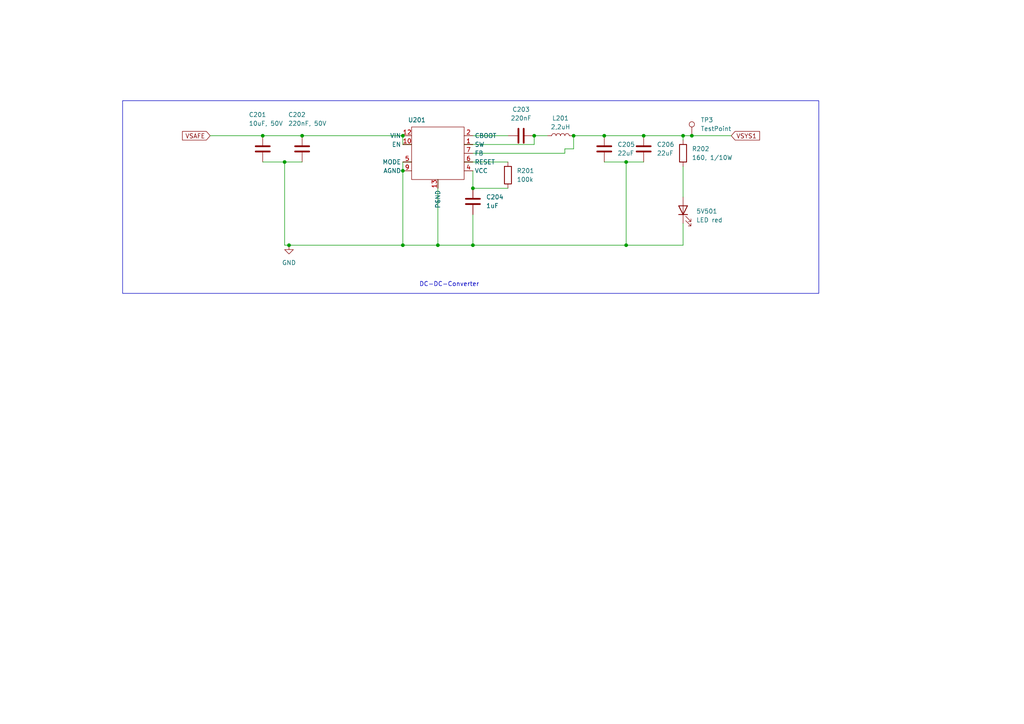
<source format=kicad_sch>
(kicad_sch
	(version 20231120)
	(generator "eeschema")
	(generator_version "8.0")
	(uuid "34c18063-bab9-48e4-b1e5-9abcf5036fa2")
	(paper "A4")
	(lib_symbols
		(symbol "Connector:TestPoint"
			(pin_numbers hide)
			(pin_names
				(offset 0.762) hide)
			(exclude_from_sim no)
			(in_bom yes)
			(on_board yes)
			(property "Reference" "TP"
				(at 0 6.858 0)
				(effects
					(font
						(size 1.27 1.27)
					)
				)
			)
			(property "Value" "TestPoint"
				(at 0 5.08 0)
				(effects
					(font
						(size 1.27 1.27)
					)
				)
			)
			(property "Footprint" ""
				(at 5.08 0 0)
				(effects
					(font
						(size 1.27 1.27)
					)
					(hide yes)
				)
			)
			(property "Datasheet" "~"
				(at 5.08 0 0)
				(effects
					(font
						(size 1.27 1.27)
					)
					(hide yes)
				)
			)
			(property "Description" "test point"
				(at 0 0 0)
				(effects
					(font
						(size 1.27 1.27)
					)
					(hide yes)
				)
			)
			(property "ki_keywords" "test point tp"
				(at 0 0 0)
				(effects
					(font
						(size 1.27 1.27)
					)
					(hide yes)
				)
			)
			(property "ki_fp_filters" "Pin* Test*"
				(at 0 0 0)
				(effects
					(font
						(size 1.27 1.27)
					)
					(hide yes)
				)
			)
			(symbol "TestPoint_0_1"
				(circle
					(center 0 3.302)
					(radius 0.762)
					(stroke
						(width 0)
						(type default)
					)
					(fill
						(type none)
					)
				)
			)
			(symbol "TestPoint_1_1"
				(pin passive line
					(at 0 0 90)
					(length 2.54)
					(name "1"
						(effects
							(font
								(size 1.27 1.27)
							)
						)
					)
					(number "1"
						(effects
							(font
								(size 1.27 1.27)
							)
						)
					)
				)
			)
		)
		(symbol "Device:C"
			(pin_numbers hide)
			(pin_names
				(offset 0.254)
			)
			(exclude_from_sim no)
			(in_bom yes)
			(on_board yes)
			(property "Reference" "C"
				(at 0.635 2.54 0)
				(effects
					(font
						(size 1.27 1.27)
					)
					(justify left)
				)
			)
			(property "Value" "C"
				(at 0.635 -2.54 0)
				(effects
					(font
						(size 1.27 1.27)
					)
					(justify left)
				)
			)
			(property "Footprint" ""
				(at 0.9652 -3.81 0)
				(effects
					(font
						(size 1.27 1.27)
					)
					(hide yes)
				)
			)
			(property "Datasheet" "~"
				(at 0 0 0)
				(effects
					(font
						(size 1.27 1.27)
					)
					(hide yes)
				)
			)
			(property "Description" "Unpolarized capacitor"
				(at 0 0 0)
				(effects
					(font
						(size 1.27 1.27)
					)
					(hide yes)
				)
			)
			(property "ki_keywords" "cap capacitor"
				(at 0 0 0)
				(effects
					(font
						(size 1.27 1.27)
					)
					(hide yes)
				)
			)
			(property "ki_fp_filters" "C_*"
				(at 0 0 0)
				(effects
					(font
						(size 1.27 1.27)
					)
					(hide yes)
				)
			)
			(symbol "C_0_1"
				(polyline
					(pts
						(xy -2.032 -0.762) (xy 2.032 -0.762)
					)
					(stroke
						(width 0.508)
						(type default)
					)
					(fill
						(type none)
					)
				)
				(polyline
					(pts
						(xy -2.032 0.762) (xy 2.032 0.762)
					)
					(stroke
						(width 0.508)
						(type default)
					)
					(fill
						(type none)
					)
				)
			)
			(symbol "C_1_1"
				(pin passive line
					(at 0 3.81 270)
					(length 2.794)
					(name "~"
						(effects
							(font
								(size 1.27 1.27)
							)
						)
					)
					(number "1"
						(effects
							(font
								(size 1.27 1.27)
							)
						)
					)
				)
				(pin passive line
					(at 0 -3.81 90)
					(length 2.794)
					(name "~"
						(effects
							(font
								(size 1.27 1.27)
							)
						)
					)
					(number "2"
						(effects
							(font
								(size 1.27 1.27)
							)
						)
					)
				)
			)
		)
		(symbol "Device:L"
			(pin_numbers hide)
			(pin_names
				(offset 1.016) hide)
			(exclude_from_sim no)
			(in_bom yes)
			(on_board yes)
			(property "Reference" "L"
				(at -1.27 0 90)
				(effects
					(font
						(size 1.27 1.27)
					)
				)
			)
			(property "Value" "L"
				(at 1.905 0 90)
				(effects
					(font
						(size 1.27 1.27)
					)
				)
			)
			(property "Footprint" ""
				(at 0 0 0)
				(effects
					(font
						(size 1.27 1.27)
					)
					(hide yes)
				)
			)
			(property "Datasheet" "~"
				(at 0 0 0)
				(effects
					(font
						(size 1.27 1.27)
					)
					(hide yes)
				)
			)
			(property "Description" "Inductor"
				(at 0 0 0)
				(effects
					(font
						(size 1.27 1.27)
					)
					(hide yes)
				)
			)
			(property "ki_keywords" "inductor choke coil reactor magnetic"
				(at 0 0 0)
				(effects
					(font
						(size 1.27 1.27)
					)
					(hide yes)
				)
			)
			(property "ki_fp_filters" "Choke_* *Coil* Inductor_* L_*"
				(at 0 0 0)
				(effects
					(font
						(size 1.27 1.27)
					)
					(hide yes)
				)
			)
			(symbol "L_0_1"
				(arc
					(start 0 -2.54)
					(mid 0.6323 -1.905)
					(end 0 -1.27)
					(stroke
						(width 0)
						(type default)
					)
					(fill
						(type none)
					)
				)
				(arc
					(start 0 -1.27)
					(mid 0.6323 -0.635)
					(end 0 0)
					(stroke
						(width 0)
						(type default)
					)
					(fill
						(type none)
					)
				)
				(arc
					(start 0 0)
					(mid 0.6323 0.635)
					(end 0 1.27)
					(stroke
						(width 0)
						(type default)
					)
					(fill
						(type none)
					)
				)
				(arc
					(start 0 1.27)
					(mid 0.6323 1.905)
					(end 0 2.54)
					(stroke
						(width 0)
						(type default)
					)
					(fill
						(type none)
					)
				)
			)
			(symbol "L_1_1"
				(pin passive line
					(at 0 3.81 270)
					(length 1.27)
					(name "1"
						(effects
							(font
								(size 1.27 1.27)
							)
						)
					)
					(number "1"
						(effects
							(font
								(size 1.27 1.27)
							)
						)
					)
				)
				(pin passive line
					(at 0 -3.81 90)
					(length 1.27)
					(name "2"
						(effects
							(font
								(size 1.27 1.27)
							)
						)
					)
					(number "2"
						(effects
							(font
								(size 1.27 1.27)
							)
						)
					)
				)
			)
		)
		(symbol "Device:LED"
			(pin_numbers hide)
			(pin_names
				(offset 1.016) hide)
			(exclude_from_sim no)
			(in_bom yes)
			(on_board yes)
			(property "Reference" "D"
				(at 0 2.54 0)
				(effects
					(font
						(size 1.27 1.27)
					)
				)
			)
			(property "Value" "LED"
				(at 0 -2.54 0)
				(effects
					(font
						(size 1.27 1.27)
					)
				)
			)
			(property "Footprint" ""
				(at 0 0 0)
				(effects
					(font
						(size 1.27 1.27)
					)
					(hide yes)
				)
			)
			(property "Datasheet" "~"
				(at 0 0 0)
				(effects
					(font
						(size 1.27 1.27)
					)
					(hide yes)
				)
			)
			(property "Description" "Light emitting diode"
				(at 0 0 0)
				(effects
					(font
						(size 1.27 1.27)
					)
					(hide yes)
				)
			)
			(property "ki_keywords" "LED diode"
				(at 0 0 0)
				(effects
					(font
						(size 1.27 1.27)
					)
					(hide yes)
				)
			)
			(property "ki_fp_filters" "LED* LED_SMD:* LED_THT:*"
				(at 0 0 0)
				(effects
					(font
						(size 1.27 1.27)
					)
					(hide yes)
				)
			)
			(symbol "LED_0_1"
				(polyline
					(pts
						(xy -1.27 -1.27) (xy -1.27 1.27)
					)
					(stroke
						(width 0.254)
						(type default)
					)
					(fill
						(type none)
					)
				)
				(polyline
					(pts
						(xy -1.27 0) (xy 1.27 0)
					)
					(stroke
						(width 0)
						(type default)
					)
					(fill
						(type none)
					)
				)
				(polyline
					(pts
						(xy 1.27 -1.27) (xy 1.27 1.27) (xy -1.27 0) (xy 1.27 -1.27)
					)
					(stroke
						(width 0.254)
						(type default)
					)
					(fill
						(type none)
					)
				)
				(polyline
					(pts
						(xy -3.048 -0.762) (xy -4.572 -2.286) (xy -3.81 -2.286) (xy -4.572 -2.286) (xy -4.572 -1.524)
					)
					(stroke
						(width 0)
						(type default)
					)
					(fill
						(type none)
					)
				)
				(polyline
					(pts
						(xy -1.778 -0.762) (xy -3.302 -2.286) (xy -2.54 -2.286) (xy -3.302 -2.286) (xy -3.302 -1.524)
					)
					(stroke
						(width 0)
						(type default)
					)
					(fill
						(type none)
					)
				)
			)
			(symbol "LED_1_1"
				(pin passive line
					(at -3.81 0 0)
					(length 2.54)
					(name "K"
						(effects
							(font
								(size 1.27 1.27)
							)
						)
					)
					(number "1"
						(effects
							(font
								(size 1.27 1.27)
							)
						)
					)
				)
				(pin passive line
					(at 3.81 0 180)
					(length 2.54)
					(name "A"
						(effects
							(font
								(size 1.27 1.27)
							)
						)
					)
					(number "2"
						(effects
							(font
								(size 1.27 1.27)
							)
						)
					)
				)
			)
		)
		(symbol "Device:R"
			(pin_numbers hide)
			(pin_names
				(offset 0)
			)
			(exclude_from_sim no)
			(in_bom yes)
			(on_board yes)
			(property "Reference" "R"
				(at 2.032 0 90)
				(effects
					(font
						(size 1.27 1.27)
					)
				)
			)
			(property "Value" "R"
				(at 0 0 90)
				(effects
					(font
						(size 1.27 1.27)
					)
				)
			)
			(property "Footprint" ""
				(at -1.778 0 90)
				(effects
					(font
						(size 1.27 1.27)
					)
					(hide yes)
				)
			)
			(property "Datasheet" "~"
				(at 0 0 0)
				(effects
					(font
						(size 1.27 1.27)
					)
					(hide yes)
				)
			)
			(property "Description" "Resistor"
				(at 0 0 0)
				(effects
					(font
						(size 1.27 1.27)
					)
					(hide yes)
				)
			)
			(property "ki_keywords" "R res resistor"
				(at 0 0 0)
				(effects
					(font
						(size 1.27 1.27)
					)
					(hide yes)
				)
			)
			(property "ki_fp_filters" "R_*"
				(at 0 0 0)
				(effects
					(font
						(size 1.27 1.27)
					)
					(hide yes)
				)
			)
			(symbol "R_0_1"
				(rectangle
					(start -1.016 -2.54)
					(end 1.016 2.54)
					(stroke
						(width 0.254)
						(type default)
					)
					(fill
						(type none)
					)
				)
			)
			(symbol "R_1_1"
				(pin passive line
					(at 0 3.81 270)
					(length 1.27)
					(name "~"
						(effects
							(font
								(size 1.27 1.27)
							)
						)
					)
					(number "1"
						(effects
							(font
								(size 1.27 1.27)
							)
						)
					)
				)
				(pin passive line
					(at 0 -3.81 90)
					(length 1.27)
					(name "~"
						(effects
							(font
								(size 1.27 1.27)
							)
						)
					)
					(number "2"
						(effects
							(font
								(size 1.27 1.27)
							)
						)
					)
				)
			)
		)
		(symbol "GND_2"
			(power)
			(pin_numbers hide)
			(pin_names
				(offset 0) hide)
			(exclude_from_sim no)
			(in_bom yes)
			(on_board yes)
			(property "Reference" "#PWR"
				(at 0 -6.35 0)
				(effects
					(font
						(size 1.27 1.27)
					)
					(hide yes)
				)
			)
			(property "Value" "GND"
				(at 0 -3.81 0)
				(effects
					(font
						(size 1.27 1.27)
					)
				)
			)
			(property "Footprint" ""
				(at 0 0 0)
				(effects
					(font
						(size 1.27 1.27)
					)
					(hide yes)
				)
			)
			(property "Datasheet" ""
				(at 0 0 0)
				(effects
					(font
						(size 1.27 1.27)
					)
					(hide yes)
				)
			)
			(property "Description" "Power symbol creates a global label with name \"GND\" , ground"
				(at 0 0 0)
				(effects
					(font
						(size 1.27 1.27)
					)
					(hide yes)
				)
			)
			(property "ki_keywords" "global power"
				(at 0 0 0)
				(effects
					(font
						(size 1.27 1.27)
					)
					(hide yes)
				)
			)
			(symbol "GND_2_0_1"
				(polyline
					(pts
						(xy 0 0) (xy 0 -1.27) (xy 1.27 -1.27) (xy 0 -2.54) (xy -1.27 -1.27) (xy 0 -1.27)
					)
					(stroke
						(width 0)
						(type default)
					)
					(fill
						(type none)
					)
				)
			)
			(symbol "GND_2_1_1"
				(pin power_in line
					(at 0 0 270)
					(length 0)
					(name "~"
						(effects
							(font
								(size 1.27 1.27)
							)
						)
					)
					(number "1"
						(effects
							(font
								(size 1.27 1.27)
							)
						)
					)
				)
			)
		)
		(symbol "dc-dc-converter-ic:LM63635C-Q1"
			(exclude_from_sim no)
			(in_bom yes)
			(on_board yes)
			(property "Reference" "U"
				(at -6.604 8.89 0)
				(effects
					(font
						(size 1.27 1.27)
					)
				)
			)
			(property "Value" ""
				(at 0 1.27 0)
				(effects
					(font
						(size 1.27 1.27)
					)
				)
			)
			(property "Footprint" ""
				(at 0 1.27 0)
				(effects
					(font
						(size 1.27 1.27)
					)
					(hide yes)
				)
			)
			(property "Datasheet" ""
				(at 0 1.27 0)
				(effects
					(font
						(size 1.27 1.27)
					)
					(hide yes)
				)
			)
			(property "Description" ""
				(at 0 1.27 0)
				(effects
					(font
						(size 1.27 1.27)
					)
					(hide yes)
				)
			)
			(symbol "LM63635C-Q1_0_1"
				(rectangle
					(start -7.62 7.62)
					(end 7.62 -7.62)
					(stroke
						(width 0)
						(type default)
					)
					(fill
						(type none)
					)
				)
			)
			(symbol "LM63635C-Q1_1_1"
				(pin output line
					(at 7.62 2.54 0)
					(length 2.54)
					(name "SW"
						(effects
							(font
								(size 1.27 1.27)
							)
						)
					)
					(number "1"
						(effects
							(font
								(size 1.27 1.27)
							)
						)
					)
				)
				(pin input line
					(at -7.62 2.54 180)
					(length 2.54)
					(name "EN"
						(effects
							(font
								(size 1.27 1.27)
							)
						)
					)
					(number "10"
						(effects
							(font
								(size 1.27 1.27)
							)
						)
					)
				)
				(pin input line
					(at -7.62 5.08 180)
					(length 2.54)
					(name "VIN"
						(effects
							(font
								(size 1.27 1.27)
							)
						)
					)
					(number "12"
						(effects
							(font
								(size 1.27 1.27)
							)
						)
					)
				)
				(pin passive line
					(at 0 -7.62 270)
					(length 2.54)
					(name "PGND"
						(effects
							(font
								(size 1.27 1.27)
							)
						)
					)
					(number "13"
						(effects
							(font
								(size 1.27 1.27)
							)
						)
					)
				)
				(pin passive line
					(at 7.62 5.08 0)
					(length 2.54)
					(name "CBOOT"
						(effects
							(font
								(size 1.27 1.27)
							)
						)
					)
					(number "2"
						(effects
							(font
								(size 1.27 1.27)
							)
						)
					)
				)
				(pin output line
					(at 7.62 -5.08 0)
					(length 2.54)
					(name "VCC"
						(effects
							(font
								(size 1.27 1.27)
							)
						)
					)
					(number "4"
						(effects
							(font
								(size 1.27 1.27)
							)
						)
					)
				)
				(pin passive line
					(at -7.62 -2.54 180)
					(length 2.54)
					(name "MODE"
						(effects
							(font
								(size 1.27 1.27)
							)
						)
					)
					(number "5"
						(effects
							(font
								(size 1.27 1.27)
							)
						)
					)
				)
				(pin passive line
					(at 7.62 -2.54 0)
					(length 2.54)
					(name "RESET"
						(effects
							(font
								(size 1.27 1.27)
							)
						)
					)
					(number "6"
						(effects
							(font
								(size 1.27 1.27)
							)
						)
					)
				)
				(pin input line
					(at 7.62 0 0)
					(length 2.54)
					(name "FB"
						(effects
							(font
								(size 1.27 1.27)
							)
						)
					)
					(number "7"
						(effects
							(font
								(size 1.27 1.27)
							)
						)
					)
				)
				(pin output line
					(at -7.62 -5.08 180)
					(length 2.54)
					(name "AGND"
						(effects
							(font
								(size 1.27 1.27)
							)
						)
					)
					(number "9"
						(effects
							(font
								(size 1.27 1.27)
							)
						)
					)
				)
			)
		)
	)
	(junction
		(at 83.82 71.12)
		(diameter 0)
		(color 0 0 0 0)
		(uuid "104163c2-201d-41f7-8249-c50ad28f172c")
	)
	(junction
		(at 87.63 39.37)
		(diameter 0)
		(color 0 0 0 0)
		(uuid "125ecd5b-c63a-4c51-8c53-b263aec2bc29")
	)
	(junction
		(at 181.61 46.99)
		(diameter 0)
		(color 0 0 0 0)
		(uuid "1601774a-85ba-4eba-905b-47adc8e17be1")
	)
	(junction
		(at 116.84 71.12)
		(diameter 0)
		(color 0 0 0 0)
		(uuid "1d92b188-bb9c-414c-8a4f-cc9784eac5df")
	)
	(junction
		(at 76.2 39.37)
		(diameter 0)
		(color 0 0 0 0)
		(uuid "257dc073-f2f4-4eb4-9820-25b0904d0d23")
	)
	(junction
		(at 175.26 39.37)
		(diameter 0)
		(color 0 0 0 0)
		(uuid "346ed5dd-0299-4e01-83d1-e9e7f088d169")
	)
	(junction
		(at 154.94 39.37)
		(diameter 0)
		(color 0 0 0 0)
		(uuid "452b5aab-ac0a-497e-8eba-54153e4d1115")
	)
	(junction
		(at 116.84 39.37)
		(diameter 0)
		(color 0 0 0 0)
		(uuid "4a707042-c601-466e-b8dc-70cfe232fc7d")
	)
	(junction
		(at 186.69 39.37)
		(diameter 0)
		(color 0 0 0 0)
		(uuid "4be25ce4-055a-428a-b070-a60d5f7d1fea")
	)
	(junction
		(at 181.61 71.12)
		(diameter 0)
		(color 0 0 0 0)
		(uuid "59dde934-c56f-42eb-bfc3-116ab88ca3c8")
	)
	(junction
		(at 198.12 39.37)
		(diameter 0)
		(color 0 0 0 0)
		(uuid "686f547a-b2a6-4c4f-9d12-8ef73e6a3206")
	)
	(junction
		(at 137.16 71.12)
		(diameter 0)
		(color 0 0 0 0)
		(uuid "781a7c41-c6dd-4a6e-b9fd-cfb2a821677a")
	)
	(junction
		(at 116.84 49.53)
		(diameter 0)
		(color 0 0 0 0)
		(uuid "942afb24-a6ec-4df4-b65d-c9407717c5e3")
	)
	(junction
		(at 82.55 46.99)
		(diameter 0)
		(color 0 0 0 0)
		(uuid "e681bfdd-8f65-4281-95f8-7c68bef08690")
	)
	(junction
		(at 127 71.12)
		(diameter 0)
		(color 0 0 0 0)
		(uuid "ecfa0c80-0366-4f85-b82a-658ffe93c5b6")
	)
	(junction
		(at 166.37 39.37)
		(diameter 0)
		(color 0 0 0 0)
		(uuid "f0ee6a4c-54f9-4bee-9b3e-5c5b0ce2abd9")
	)
	(junction
		(at 200.66 39.37)
		(diameter 0)
		(color 0 0 0 0)
		(uuid "f4522bb6-86c4-41f8-9170-d33fe7869818")
	)
	(junction
		(at 137.16 54.61)
		(diameter 0)
		(color 0 0 0 0)
		(uuid "fbe4aa70-41d0-4003-887d-7ecd399d941c")
	)
	(wire
		(pts
			(xy 166.37 43.18) (xy 166.37 39.37)
		)
		(stroke
			(width 0)
			(type default)
		)
		(uuid "005ea74f-c05e-4a61-96ae-ca93257f1b7b")
	)
	(wire
		(pts
			(xy 134.62 39.37) (xy 147.32 39.37)
		)
		(stroke
			(width 0)
			(type default)
		)
		(uuid "06aad51f-2b85-4871-a74c-04093f924ca3")
	)
	(wire
		(pts
			(xy 200.66 39.37) (xy 212.09 39.37)
		)
		(stroke
			(width 0)
			(type default)
		)
		(uuid "0756e460-a285-470a-b702-21b0a28882e8")
	)
	(wire
		(pts
			(xy 163.83 43.18) (xy 166.37 43.18)
		)
		(stroke
			(width 0)
			(type default)
		)
		(uuid "1a76ce56-7d20-4d02-acfc-d365ab575b60")
	)
	(wire
		(pts
			(xy 137.16 49.53) (xy 137.16 54.61)
		)
		(stroke
			(width 0)
			(type default)
		)
		(uuid "1b15c8a8-55b5-4c2e-923a-da93a7f9e6c4")
	)
	(wire
		(pts
			(xy 127 71.12) (xy 137.16 71.12)
		)
		(stroke
			(width 0)
			(type default)
		)
		(uuid "1dd0125d-a6c3-49ba-8ac8-9f43dbba0e1c")
	)
	(wire
		(pts
			(xy 137.16 62.23) (xy 137.16 71.12)
		)
		(stroke
			(width 0)
			(type default)
		)
		(uuid "1ebaa4f0-b240-40f9-96ec-af2365e53ae2")
	)
	(wire
		(pts
			(xy 175.26 46.99) (xy 181.61 46.99)
		)
		(stroke
			(width 0)
			(type default)
		)
		(uuid "1f07eb55-fcf2-4c28-93f0-87489b564625")
	)
	(wire
		(pts
			(xy 198.12 64.77) (xy 198.12 71.12)
		)
		(stroke
			(width 0)
			(type default)
		)
		(uuid "1f5033aa-0bc9-432c-bcfe-1834e225770a")
	)
	(wire
		(pts
			(xy 134.62 46.99) (xy 147.32 46.99)
		)
		(stroke
			(width 0)
			(type default)
		)
		(uuid "2086e7b0-d7f9-414f-b466-6ddb9185d5f3")
	)
	(wire
		(pts
			(xy 82.55 71.12) (xy 83.82 71.12)
		)
		(stroke
			(width 0)
			(type default)
		)
		(uuid "24fb186e-b01b-4a6d-8598-778a4e342d4c")
	)
	(wire
		(pts
			(xy 163.83 44.45) (xy 163.83 43.18)
		)
		(stroke
			(width 0)
			(type default)
		)
		(uuid "28418113-ceda-4016-8235-2589aeac8ecc")
	)
	(wire
		(pts
			(xy 181.61 46.99) (xy 181.61 71.12)
		)
		(stroke
			(width 0)
			(type default)
		)
		(uuid "2fd86ba8-e863-4aaf-9a19-a301ba6a29b8")
	)
	(wire
		(pts
			(xy 116.84 39.37) (xy 119.38 39.37)
		)
		(stroke
			(width 0)
			(type default)
		)
		(uuid "32b2885d-4a8b-4f13-b5bf-2891c0860b1e")
	)
	(wire
		(pts
			(xy 116.84 49.53) (xy 116.84 71.12)
		)
		(stroke
			(width 0)
			(type default)
		)
		(uuid "37d54206-3581-4721-9eb0-ff0a6010b322")
	)
	(wire
		(pts
			(xy 134.62 49.53) (xy 137.16 49.53)
		)
		(stroke
			(width 0)
			(type default)
		)
		(uuid "545465a5-5131-44f3-ae40-f410ba13af47")
	)
	(wire
		(pts
			(xy 76.2 39.37) (xy 87.63 39.37)
		)
		(stroke
			(width 0)
			(type default)
		)
		(uuid "5cb58627-8654-4b85-8f22-a44ee5ba9295")
	)
	(wire
		(pts
			(xy 76.2 46.99) (xy 82.55 46.99)
		)
		(stroke
			(width 0)
			(type default)
		)
		(uuid "601e2c51-e58c-4436-97ad-da997f049950")
	)
	(wire
		(pts
			(xy 119.38 49.53) (xy 116.84 49.53)
		)
		(stroke
			(width 0)
			(type default)
		)
		(uuid "63d4f1a4-3330-495c-9d4e-e836ea6b685d")
	)
	(wire
		(pts
			(xy 134.62 44.45) (xy 163.83 44.45)
		)
		(stroke
			(width 0)
			(type default)
		)
		(uuid "6456ada5-1834-4c18-b13b-8beb5d5b72e4")
	)
	(wire
		(pts
			(xy 198.12 39.37) (xy 200.66 39.37)
		)
		(stroke
			(width 0)
			(type default)
		)
		(uuid "741967eb-1157-4c96-8902-6f4a5fa3891f")
	)
	(wire
		(pts
			(xy 116.84 71.12) (xy 127 71.12)
		)
		(stroke
			(width 0)
			(type default)
		)
		(uuid "769089bc-de5f-44c2-8e83-bec35f5389e6")
	)
	(wire
		(pts
			(xy 82.55 46.99) (xy 82.55 71.12)
		)
		(stroke
			(width 0)
			(type default)
		)
		(uuid "7e05994b-d55b-4d85-946b-195a822f92cf")
	)
	(wire
		(pts
			(xy 87.63 39.37) (xy 116.84 39.37)
		)
		(stroke
			(width 0)
			(type default)
		)
		(uuid "80abeb0f-8324-4ed1-a39f-f78ca3d98d04")
	)
	(wire
		(pts
			(xy 198.12 39.37) (xy 198.12 40.64)
		)
		(stroke
			(width 0)
			(type default)
		)
		(uuid "835543b9-9c12-4c5e-be08-6864c7577ea1")
	)
	(wire
		(pts
			(xy 154.94 39.37) (xy 154.94 41.91)
		)
		(stroke
			(width 0)
			(type default)
		)
		(uuid "8bdde5f1-5f2d-49a8-a792-f845bb13aa7e")
	)
	(wire
		(pts
			(xy 83.82 71.12) (xy 116.84 71.12)
		)
		(stroke
			(width 0)
			(type default)
		)
		(uuid "93dd1501-2855-4b17-b838-c64e3984ab30")
	)
	(wire
		(pts
			(xy 116.84 46.99) (xy 116.84 49.53)
		)
		(stroke
			(width 0)
			(type default)
		)
		(uuid "974545ed-8227-436b-a986-98cc59ee0312")
	)
	(wire
		(pts
			(xy 198.12 48.26) (xy 198.12 57.15)
		)
		(stroke
			(width 0)
			(type default)
		)
		(uuid "99b0bc55-3bb9-44c8-80e8-da309878a0dc")
	)
	(wire
		(pts
			(xy 166.37 39.37) (xy 175.26 39.37)
		)
		(stroke
			(width 0)
			(type default)
		)
		(uuid "a96852cb-7d7e-417b-a74d-f41acfee83e8")
	)
	(wire
		(pts
			(xy 198.12 71.12) (xy 181.61 71.12)
		)
		(stroke
			(width 0)
			(type default)
		)
		(uuid "ad1ef258-b810-4638-a3e2-723b6dc4c261")
	)
	(wire
		(pts
			(xy 181.61 46.99) (xy 186.69 46.99)
		)
		(stroke
			(width 0)
			(type default)
		)
		(uuid "b51eed99-5891-4013-9877-4b94ef383739")
	)
	(wire
		(pts
			(xy 127 52.07) (xy 127 71.12)
		)
		(stroke
			(width 0)
			(type default)
		)
		(uuid "b5615692-4450-400a-bc30-c17cb1f9de6c")
	)
	(wire
		(pts
			(xy 116.84 41.91) (xy 119.38 41.91)
		)
		(stroke
			(width 0)
			(type default)
		)
		(uuid "d5c89c44-8a3a-4a4a-bb5a-a59ba4e53ac7")
	)
	(wire
		(pts
			(xy 181.61 71.12) (xy 137.16 71.12)
		)
		(stroke
			(width 0)
			(type default)
		)
		(uuid "e6095d33-4706-4d35-a5ea-2e106977b5a4")
	)
	(wire
		(pts
			(xy 116.84 46.99) (xy 119.38 46.99)
		)
		(stroke
			(width 0)
			(type default)
		)
		(uuid "e92fc42d-af35-43e8-86ea-cd61b1277165")
	)
	(wire
		(pts
			(xy 82.55 46.99) (xy 87.63 46.99)
		)
		(stroke
			(width 0)
			(type default)
		)
		(uuid "e9d44b27-ec9a-4144-8724-9ef3a5cdd558")
	)
	(wire
		(pts
			(xy 154.94 39.37) (xy 158.75 39.37)
		)
		(stroke
			(width 0)
			(type default)
		)
		(uuid "eab83d5e-c8d6-483f-9d4f-ded244ea31d5")
	)
	(wire
		(pts
			(xy 154.94 41.91) (xy 134.62 41.91)
		)
		(stroke
			(width 0)
			(type default)
		)
		(uuid "ebbd96d2-c79b-4f8a-867b-9aef0f12e0d4")
	)
	(wire
		(pts
			(xy 60.96 39.37) (xy 76.2 39.37)
		)
		(stroke
			(width 0)
			(type default)
		)
		(uuid "f15f32f8-4c54-4f4d-9c98-ffb7274157ce")
	)
	(wire
		(pts
			(xy 137.16 54.61) (xy 147.32 54.61)
		)
		(stroke
			(width 0)
			(type default)
		)
		(uuid "f254c977-e980-45f5-9717-dc0cba916ef4")
	)
	(wire
		(pts
			(xy 175.26 39.37) (xy 186.69 39.37)
		)
		(stroke
			(width 0)
			(type default)
		)
		(uuid "f31d02d4-1848-4cae-bd92-4ad4093b6dc9")
	)
	(wire
		(pts
			(xy 116.84 39.37) (xy 116.84 41.91)
		)
		(stroke
			(width 0)
			(type default)
		)
		(uuid "fa4fe377-d24a-449a-8efa-c02390f34a8f")
	)
	(wire
		(pts
			(xy 186.69 39.37) (xy 198.12 39.37)
		)
		(stroke
			(width 0)
			(type default)
		)
		(uuid "fd04ca3c-a1bf-4925-a325-2fff7feb0f72")
	)
	(rectangle
		(start 35.56 29.21)
		(end 237.49 85.09)
		(stroke
			(width 0)
			(type default)
		)
		(fill
			(type none)
		)
		(uuid d74b8c9b-267c-4d5c-a541-31f9bbf7c31b)
	)
	(text "DC-DC-Converter"
		(exclude_from_sim no)
		(at 130.302 82.55 0)
		(effects
			(font
				(size 1.27 1.27)
			)
		)
		(uuid "4ec539cc-c8f7-4f69-b5ad-4797650c5a54")
	)
	(global_label "VSYS1"
		(shape input)
		(at 212.09 39.37 0)
		(fields_autoplaced yes)
		(effects
			(font
				(size 1.27 1.27)
			)
			(justify left)
		)
		(uuid "5c63b1c6-d850-4ebd-b578-a2a568e6edfc")
		(property "Intersheetrefs" "${INTERSHEET_REFS}"
			(at 220.8809 39.37 0)
			(effects
				(font
					(size 1.27 1.27)
				)
				(justify left)
				(hide yes)
			)
		)
	)
	(global_label "VSAFE"
		(shape input)
		(at 60.96 39.37 180)
		(fields_autoplaced yes)
		(effects
			(font
				(size 1.27 1.27)
			)
			(justify right)
		)
		(uuid "caad45e2-e004-4c42-b949-fc0f0b34674f")
		(property "Intersheetrefs" "${INTERSHEET_REFS}"
			(at 52.3505 39.37 0)
			(effects
				(font
					(size 1.27 1.27)
				)
				(justify right)
				(hide yes)
			)
		)
	)
	(symbol
		(lib_id "Device:C")
		(at 76.2 43.18 0)
		(unit 1)
		(exclude_from_sim no)
		(in_bom yes)
		(on_board yes)
		(dnp no)
		(uuid "0ce8e6eb-b066-4412-b721-29ac5bd498fa")
		(property "Reference" "C201"
			(at 72.136 33.274 0)
			(effects
				(font
					(size 1.27 1.27)
				)
				(justify left)
			)
		)
		(property "Value" "10uF, 50V"
			(at 72.136 35.814 0)
			(effects
				(font
					(size 1.27 1.27)
				)
				(justify left)
			)
		)
		(property "Footprint" "Capacitor_SMD:C_0805_2012Metric"
			(at 77.1652 46.99 0)
			(effects
				(font
					(size 1.27 1.27)
				)
				(hide yes)
			)
		)
		(property "Datasheet" "~"
			(at 76.2 43.18 0)
			(effects
				(font
					(size 1.27 1.27)
				)
				(hide yes)
			)
		)
		(property "Description" "Unpolarized capacitor"
			(at 76.2 43.18 0)
			(effects
				(font
					(size 1.27 1.27)
				)
				(hide yes)
			)
		)
		(pin "2"
			(uuid "0420416b-edbe-40d1-b41b-124a59ad46f6")
		)
		(pin "1"
			(uuid "7364de3c-ea01-47ae-8fb2-44a5d8088416")
		)
		(instances
			(project "phytohab_habcontroller_v.4.1"
				(path "/63d8ebc3-d81d-4869-925f-b28ad884a523/58486cd9-8a71-4336-9353-75b232eb4196"
					(reference "C201")
					(unit 1)
				)
			)
		)
	)
	(symbol
		(lib_name "GND_2")
		(lib_id "power:GND")
		(at 83.82 71.12 0)
		(unit 1)
		(exclude_from_sim no)
		(in_bom yes)
		(on_board yes)
		(dnp no)
		(fields_autoplaced yes)
		(uuid "2cf6b8e0-140b-44a1-9d47-3e455db63434")
		(property "Reference" "#PWR0901"
			(at 83.82 77.47 0)
			(effects
				(font
					(size 1.27 1.27)
				)
				(hide yes)
			)
		)
		(property "Value" "GND"
			(at 83.82 76.2 0)
			(effects
				(font
					(size 1.27 1.27)
				)
			)
		)
		(property "Footprint" ""
			(at 83.82 71.12 0)
			(effects
				(font
					(size 1.27 1.27)
				)
				(hide yes)
			)
		)
		(property "Datasheet" ""
			(at 83.82 71.12 0)
			(effects
				(font
					(size 1.27 1.27)
				)
				(hide yes)
			)
		)
		(property "Description" "Power symbol creates a global label with name \"GND\" , ground"
			(at 83.82 71.12 0)
			(effects
				(font
					(size 1.27 1.27)
				)
				(hide yes)
			)
		)
		(pin "1"
			(uuid "12b47d26-2e06-478a-9918-fd233c2e3a75")
		)
		(instances
			(project "phytohab_habcontroller_v.4.1"
				(path "/63d8ebc3-d81d-4869-925f-b28ad884a523/58486cd9-8a71-4336-9353-75b232eb4196"
					(reference "#PWR0901")
					(unit 1)
				)
			)
		)
	)
	(symbol
		(lib_id "dc-dc-converter-ic:LM63635C-Q1")
		(at 127 44.45 0)
		(unit 1)
		(exclude_from_sim no)
		(in_bom yes)
		(on_board yes)
		(dnp no)
		(uuid "3771c6a2-0f67-4733-87af-46a06d48ec11")
		(property "Reference" "U201"
			(at 120.904 34.798 0)
			(effects
				(font
					(size 1.27 1.27)
				)
			)
		)
		(property "Value" "~"
			(at 127 58.42 0)
			(effects
				(font
					(size 1.27 1.27)
				)
			)
		)
		(property "Footprint" "CD-DC-converter IC:LM63635CAQDRRQ1"
			(at 127 43.18 0)
			(effects
				(font
					(size 1.27 1.27)
				)
				(hide yes)
			)
		)
		(property "Datasheet" ""
			(at 127 43.18 0)
			(effects
				(font
					(size 1.27 1.27)
				)
				(hide yes)
			)
		)
		(property "Description" ""
			(at 127 43.18 0)
			(effects
				(font
					(size 1.27 1.27)
				)
				(hide yes)
			)
		)
		(pin "2"
			(uuid "79811527-2086-4cea-8a56-49ea80340530")
		)
		(pin "5"
			(uuid "74677f39-d4a7-47dc-9945-fbf5c34d440e")
		)
		(pin "9"
			(uuid "0acaf853-2aec-4561-8155-ab9e0e178440")
		)
		(pin "4"
			(uuid "a7ea48cd-cf6f-47dd-a8f5-65d9fff93b62")
		)
		(pin "6"
			(uuid "14695d4e-af0b-4527-b046-6275dce93e18")
		)
		(pin "12"
			(uuid "b6d7ebd3-e3e2-45ee-a170-ef1ba069201a")
		)
		(pin "13"
			(uuid "04fe609e-a1eb-4c7b-90de-1009ebb67b3b")
		)
		(pin "10"
			(uuid "1b033d76-3e84-41f1-8e01-abb79811244b")
		)
		(pin "1"
			(uuid "545ccd9f-f5a4-4c6f-bfc4-9ab49d286f6d")
		)
		(pin "7"
			(uuid "21ecba4e-1448-4d30-8479-696f8d6a7ec6")
		)
		(instances
			(project "phytohab_habcontroller_v.4.1"
				(path "/63d8ebc3-d81d-4869-925f-b28ad884a523/58486cd9-8a71-4336-9353-75b232eb4196"
					(reference "U201")
					(unit 1)
				)
			)
		)
	)
	(symbol
		(lib_id "Device:C")
		(at 175.26 43.18 180)
		(unit 1)
		(exclude_from_sim no)
		(in_bom yes)
		(on_board yes)
		(dnp no)
		(fields_autoplaced yes)
		(uuid "4b02ae08-59c0-4652-aa05-f6c72900b126")
		(property "Reference" "C205"
			(at 179.07 41.9099 0)
			(effects
				(font
					(size 1.27 1.27)
				)
				(justify right)
			)
		)
		(property "Value" "22uF"
			(at 179.07 44.4499 0)
			(effects
				(font
					(size 1.27 1.27)
				)
				(justify right)
			)
		)
		(property "Footprint" "Capacitor_SMD:C_0805_2012Metric"
			(at 174.2948 39.37 0)
			(effects
				(font
					(size 1.27 1.27)
				)
				(hide yes)
			)
		)
		(property "Datasheet" "~"
			(at 175.26 43.18 0)
			(effects
				(font
					(size 1.27 1.27)
				)
				(hide yes)
			)
		)
		(property "Description" "Unpolarized capacitor"
			(at 175.26 43.18 0)
			(effects
				(font
					(size 1.27 1.27)
				)
				(hide yes)
			)
		)
		(pin "1"
			(uuid "1d05d018-c051-49f1-8285-216ce42d10b3")
		)
		(pin "2"
			(uuid "7c0bae47-91a1-4fac-b762-7819df953dc0")
		)
		(instances
			(project "phytohab_habcontroller_v.4.1"
				(path "/63d8ebc3-d81d-4869-925f-b28ad884a523/58486cd9-8a71-4336-9353-75b232eb4196"
					(reference "C205")
					(unit 1)
				)
			)
		)
	)
	(symbol
		(lib_id "Device:R")
		(at 198.12 44.45 0)
		(unit 1)
		(exclude_from_sim no)
		(in_bom yes)
		(on_board yes)
		(dnp no)
		(fields_autoplaced yes)
		(uuid "643c4fbc-4635-4196-9b91-bc2f7bab4157")
		(property "Reference" "R202"
			(at 200.66 43.1799 0)
			(effects
				(font
					(size 1.27 1.27)
				)
				(justify left)
			)
		)
		(property "Value" "160, 1/10W"
			(at 200.66 45.7199 0)
			(effects
				(font
					(size 1.27 1.27)
				)
				(justify left)
			)
		)
		(property "Footprint" "Resistor_SMD:R_0603_1608Metric"
			(at 196.342 44.45 90)
			(effects
				(font
					(size 1.27 1.27)
				)
				(hide yes)
			)
		)
		(property "Datasheet" "~"
			(at 198.12 44.45 0)
			(effects
				(font
					(size 1.27 1.27)
				)
				(hide yes)
			)
		)
		(property "Description" "Resistor"
			(at 198.12 44.45 0)
			(effects
				(font
					(size 1.27 1.27)
				)
				(hide yes)
			)
		)
		(pin "2"
			(uuid "d9c3df4e-8333-4190-98d8-18e6c7d70a0f")
		)
		(pin "1"
			(uuid "78061c48-1aad-423d-8888-cc8ad5c6c07e")
		)
		(instances
			(project "phytohab_habcontroller_v.4.1"
				(path "/63d8ebc3-d81d-4869-925f-b28ad884a523/58486cd9-8a71-4336-9353-75b232eb4196"
					(reference "R202")
					(unit 1)
				)
			)
		)
	)
	(symbol
		(lib_id "Device:C")
		(at 151.13 39.37 90)
		(unit 1)
		(exclude_from_sim no)
		(in_bom yes)
		(on_board yes)
		(dnp no)
		(fields_autoplaced yes)
		(uuid "748bae50-29ae-47b8-b4fc-a81d977bc15e")
		(property "Reference" "C203"
			(at 151.13 31.75 90)
			(effects
				(font
					(size 1.27 1.27)
				)
			)
		)
		(property "Value" "220nF"
			(at 151.13 34.29 90)
			(effects
				(font
					(size 1.27 1.27)
				)
			)
		)
		(property "Footprint" "Capacitor_SMD:C_0402_1005Metric"
			(at 154.94 38.4048 0)
			(effects
				(font
					(size 1.27 1.27)
				)
				(hide yes)
			)
		)
		(property "Datasheet" "~"
			(at 151.13 39.37 0)
			(effects
				(font
					(size 1.27 1.27)
				)
				(hide yes)
			)
		)
		(property "Description" "Unpolarized capacitor"
			(at 151.13 39.37 0)
			(effects
				(font
					(size 1.27 1.27)
				)
				(hide yes)
			)
		)
		(pin "1"
			(uuid "78c585d0-aec6-4aaf-8db7-446d7718f8d4")
		)
		(pin "2"
			(uuid "b6ed80dc-e4c2-4894-acca-37a9822d9108")
		)
		(instances
			(project "phytohab_habcontroller_v.4.1"
				(path "/63d8ebc3-d81d-4869-925f-b28ad884a523/58486cd9-8a71-4336-9353-75b232eb4196"
					(reference "C203")
					(unit 1)
				)
			)
		)
	)
	(symbol
		(lib_id "Device:L")
		(at 162.56 39.37 90)
		(unit 1)
		(exclude_from_sim no)
		(in_bom yes)
		(on_board yes)
		(dnp no)
		(fields_autoplaced yes)
		(uuid "785c7016-42a7-4d79-978b-c21485e10d94")
		(property "Reference" "L201"
			(at 162.56 34.29 90)
			(effects
				(font
					(size 1.27 1.27)
				)
			)
		)
		(property "Value" "2,2uH"
			(at 162.56 36.83 90)
			(effects
				(font
					(size 1.27 1.27)
				)
			)
		)
		(property "Footprint" "inductors_würth:WE-LHMI_4020"
			(at 162.56 39.37 0)
			(effects
				(font
					(size 1.27 1.27)
				)
				(hide yes)
			)
		)
		(property "Datasheet" "~"
			(at 162.56 39.37 0)
			(effects
				(font
					(size 1.27 1.27)
				)
				(hide yes)
			)
		)
		(property "Description" "Inductor"
			(at 162.56 39.37 0)
			(effects
				(font
					(size 1.27 1.27)
				)
				(hide yes)
			)
		)
		(pin "1"
			(uuid "7b04ccba-daa5-4636-b19d-4954e4588b01")
		)
		(pin "2"
			(uuid "150a97b8-1aad-4547-b764-48142e749f08")
		)
		(instances
			(project "phytohab_habcontroller_v.4.1"
				(path "/63d8ebc3-d81d-4869-925f-b28ad884a523/58486cd9-8a71-4336-9353-75b232eb4196"
					(reference "L201")
					(unit 1)
				)
			)
		)
	)
	(symbol
		(lib_id "Device:R")
		(at 147.32 50.8 0)
		(unit 1)
		(exclude_from_sim no)
		(in_bom yes)
		(on_board yes)
		(dnp no)
		(fields_autoplaced yes)
		(uuid "a6f3ebd6-d6da-4480-9226-520df20cbb43")
		(property "Reference" "R201"
			(at 149.86 49.5299 0)
			(effects
				(font
					(size 1.27 1.27)
				)
				(justify left)
			)
		)
		(property "Value" "100k"
			(at 149.86 52.0699 0)
			(effects
				(font
					(size 1.27 1.27)
				)
				(justify left)
			)
		)
		(property "Footprint" "Resistor_SMD:R_0402_1005Metric"
			(at 145.542 50.8 90)
			(effects
				(font
					(size 1.27 1.27)
				)
				(hide yes)
			)
		)
		(property "Datasheet" "~"
			(at 147.32 50.8 0)
			(effects
				(font
					(size 1.27 1.27)
				)
				(hide yes)
			)
		)
		(property "Description" "Resistor"
			(at 147.32 50.8 0)
			(effects
				(font
					(size 1.27 1.27)
				)
				(hide yes)
			)
		)
		(pin "1"
			(uuid "f1a29565-82aa-4588-b7c2-70296545f4ea")
		)
		(pin "2"
			(uuid "0cc664c0-49f8-4e2d-a2ac-77da456685b4")
		)
		(instances
			(project "phytohab_habcontroller_v.4.1"
				(path "/63d8ebc3-d81d-4869-925f-b28ad884a523/58486cd9-8a71-4336-9353-75b232eb4196"
					(reference "R201")
					(unit 1)
				)
			)
		)
	)
	(symbol
		(lib_id "Device:C")
		(at 186.69 43.18 180)
		(unit 1)
		(exclude_from_sim no)
		(in_bom yes)
		(on_board yes)
		(dnp no)
		(fields_autoplaced yes)
		(uuid "b41f6b7c-548f-4d4f-ba04-6e9c01d3e3e6")
		(property "Reference" "C206"
			(at 190.5 41.9099 0)
			(effects
				(font
					(size 1.27 1.27)
				)
				(justify right)
			)
		)
		(property "Value" "22uF"
			(at 190.5 44.4499 0)
			(effects
				(font
					(size 1.27 1.27)
				)
				(justify right)
			)
		)
		(property "Footprint" "Capacitor_SMD:C_0805_2012Metric"
			(at 185.7248 39.37 0)
			(effects
				(font
					(size 1.27 1.27)
				)
				(hide yes)
			)
		)
		(property "Datasheet" "~"
			(at 186.69 43.18 0)
			(effects
				(font
					(size 1.27 1.27)
				)
				(hide yes)
			)
		)
		(property "Description" "Unpolarized capacitor"
			(at 186.69 43.18 0)
			(effects
				(font
					(size 1.27 1.27)
				)
				(hide yes)
			)
		)
		(pin "1"
			(uuid "7e9c2b2e-5f34-43fd-8a10-cc10de89d0d4")
		)
		(pin "2"
			(uuid "fba9b3f4-d403-478b-bb22-7ecf5d2bc3c9")
		)
		(instances
			(project "phytohab_habcontroller_v.4.1"
				(path "/63d8ebc3-d81d-4869-925f-b28ad884a523/58486cd9-8a71-4336-9353-75b232eb4196"
					(reference "C206")
					(unit 1)
				)
			)
		)
	)
	(symbol
		(lib_id "Device:C")
		(at 137.16 58.42 0)
		(unit 1)
		(exclude_from_sim no)
		(in_bom yes)
		(on_board yes)
		(dnp no)
		(fields_autoplaced yes)
		(uuid "c7e9e750-cd22-43f7-86b9-046cf7f28369")
		(property "Reference" "C204"
			(at 140.97 57.1499 0)
			(effects
				(font
					(size 1.27 1.27)
				)
				(justify left)
			)
		)
		(property "Value" "1uF"
			(at 140.97 59.6899 0)
			(effects
				(font
					(size 1.27 1.27)
				)
				(justify left)
			)
		)
		(property "Footprint" "Capacitor_SMD:C_0402_1005Metric"
			(at 138.1252 62.23 0)
			(effects
				(font
					(size 1.27 1.27)
				)
				(hide yes)
			)
		)
		(property "Datasheet" "~"
			(at 137.16 58.42 0)
			(effects
				(font
					(size 1.27 1.27)
				)
				(hide yes)
			)
		)
		(property "Description" "Unpolarized capacitor"
			(at 137.16 58.42 0)
			(effects
				(font
					(size 1.27 1.27)
				)
				(hide yes)
			)
		)
		(pin "2"
			(uuid "b6ed80f1-b594-46d4-9dad-00a96a0f19fd")
		)
		(pin "1"
			(uuid "74f82214-c0dc-4968-a0f3-08a4b015f1f5")
		)
		(instances
			(project "phytohab_habcontroller_v.4.1"
				(path "/63d8ebc3-d81d-4869-925f-b28ad884a523/58486cd9-8a71-4336-9353-75b232eb4196"
					(reference "C204")
					(unit 1)
				)
			)
		)
	)
	(symbol
		(lib_id "Connector:TestPoint")
		(at 200.66 39.37 0)
		(unit 1)
		(exclude_from_sim no)
		(in_bom yes)
		(on_board yes)
		(dnp no)
		(fields_autoplaced yes)
		(uuid "f0bd2243-8940-456e-aee3-53ba6c666abd")
		(property "Reference" "TP3"
			(at 203.2 34.7979 0)
			(effects
				(font
					(size 1.27 1.27)
				)
				(justify left)
			)
		)
		(property "Value" "TestPoint"
			(at 203.2 37.3379 0)
			(effects
				(font
					(size 1.27 1.27)
				)
				(justify left)
			)
		)
		(property "Footprint" "TestPoint:TestPoint_Pad_D1.0mm"
			(at 205.74 39.37 0)
			(effects
				(font
					(size 1.27 1.27)
				)
				(hide yes)
			)
		)
		(property "Datasheet" "~"
			(at 205.74 39.37 0)
			(effects
				(font
					(size 1.27 1.27)
				)
				(hide yes)
			)
		)
		(property "Description" "test point"
			(at 200.66 39.37 0)
			(effects
				(font
					(size 1.27 1.27)
				)
				(hide yes)
			)
		)
		(pin "1"
			(uuid "8927fa5c-bf4d-4245-b1af-74c9df4ff42f")
		)
		(instances
			(project ""
				(path "/63d8ebc3-d81d-4869-925f-b28ad884a523/58486cd9-8a71-4336-9353-75b232eb4196"
					(reference "TP3")
					(unit 1)
				)
			)
		)
	)
	(symbol
		(lib_id "Device:C")
		(at 87.63 43.18 0)
		(unit 1)
		(exclude_from_sim no)
		(in_bom yes)
		(on_board yes)
		(dnp no)
		(uuid "f2568ffd-bf01-445e-90cd-171511ddeab8")
		(property "Reference" "C202"
			(at 83.566 33.274 0)
			(effects
				(font
					(size 1.27 1.27)
				)
				(justify left)
			)
		)
		(property "Value" "220nF, 50V"
			(at 83.566 35.814 0)
			(effects
				(font
					(size 1.27 1.27)
				)
				(justify left)
			)
		)
		(property "Footprint" "Capacitor_SMD:C_0805_2012Metric"
			(at 88.5952 46.99 0)
			(effects
				(font
					(size 1.27 1.27)
				)
				(hide yes)
			)
		)
		(property "Datasheet" "~"
			(at 87.63 43.18 0)
			(effects
				(font
					(size 1.27 1.27)
				)
				(hide yes)
			)
		)
		(property "Description" "Unpolarized capacitor"
			(at 87.63 43.18 0)
			(effects
				(font
					(size 1.27 1.27)
				)
				(hide yes)
			)
		)
		(pin "2"
			(uuid "23830c7a-1fbf-4109-9e5c-d1527aa6c1a6")
		)
		(pin "1"
			(uuid "d9ab9f0d-bac9-4a40-b55a-ee6ddc22987d")
		)
		(instances
			(project "phytohab_habcontroller_v.4.1"
				(path "/63d8ebc3-d81d-4869-925f-b28ad884a523/58486cd9-8a71-4336-9353-75b232eb4196"
					(reference "C202")
					(unit 1)
				)
			)
		)
	)
	(symbol
		(lib_id "Device:LED")
		(at 198.12 60.96 90)
		(unit 1)
		(exclude_from_sim no)
		(in_bom yes)
		(on_board yes)
		(dnp no)
		(fields_autoplaced yes)
		(uuid "f9183aab-7f97-4dc7-b4ba-20dbdf7ad7f8")
		(property "Reference" "5V501"
			(at 201.93 61.2774 90)
			(effects
				(font
					(size 1.27 1.27)
				)
				(justify right)
			)
		)
		(property "Value" "LED red"
			(at 201.93 63.8174 90)
			(effects
				(font
					(size 1.27 1.27)
				)
				(justify right)
			)
		)
		(property "Footprint" "LED_SMD:LED_0603_1608Metric"
			(at 198.12 60.96 0)
			(effects
				(font
					(size 1.27 1.27)
				)
				(hide yes)
			)
		)
		(property "Datasheet" "~"
			(at 198.12 60.96 0)
			(effects
				(font
					(size 1.27 1.27)
				)
				(hide yes)
			)
		)
		(property "Description" "Light emitting diode"
			(at 198.12 60.96 0)
			(effects
				(font
					(size 1.27 1.27)
				)
				(hide yes)
			)
		)
		(pin "1"
			(uuid "8969a9cc-5579-451c-942c-c712243f268c")
		)
		(pin "2"
			(uuid "b843bd71-b533-419d-8318-75f726b54d4d")
		)
		(instances
			(project "phytohab_habcontroller_v.4.1"
				(path "/63d8ebc3-d81d-4869-925f-b28ad884a523/58486cd9-8a71-4336-9353-75b232eb4196"
					(reference "5V501")
					(unit 1)
				)
			)
		)
	)
)

</source>
